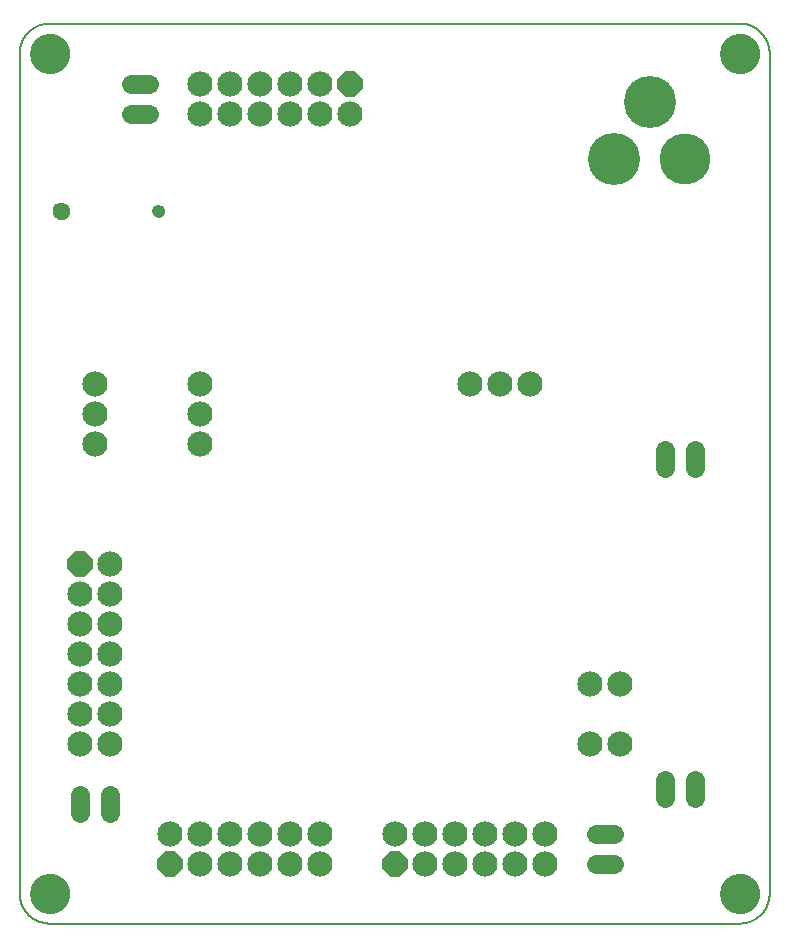
<source format=gbs>
G75*
%MOIN*%
%OFA0B0*%
%FSLAX25Y25*%
%IPPOS*%
%LPD*%
%AMOC8*
5,1,8,0,0,1.08239X$1,22.5*
%
%ADD10C,0.00600*%
%ADD11C,0.00000*%
%ADD12C,0.04140*%
%ADD13C,0.05715*%
%ADD14C,0.08400*%
%ADD15OC8,0.08400*%
%ADD16C,0.06400*%
%ADD17C,0.13392*%
%ADD18C,0.17392*%
%ADD19C,0.16998*%
D10*
X0037595Y0048933D02*
X0037595Y0328933D01*
X0037598Y0329175D01*
X0037607Y0329416D01*
X0037621Y0329657D01*
X0037642Y0329898D01*
X0037668Y0330138D01*
X0037700Y0330378D01*
X0037738Y0330617D01*
X0037781Y0330854D01*
X0037831Y0331091D01*
X0037886Y0331326D01*
X0037946Y0331560D01*
X0038013Y0331792D01*
X0038084Y0332023D01*
X0038162Y0332252D01*
X0038245Y0332479D01*
X0038333Y0332704D01*
X0038427Y0332927D01*
X0038526Y0333147D01*
X0038631Y0333365D01*
X0038740Y0333580D01*
X0038855Y0333793D01*
X0038975Y0334003D01*
X0039100Y0334209D01*
X0039230Y0334413D01*
X0039365Y0334614D01*
X0039505Y0334811D01*
X0039649Y0335005D01*
X0039798Y0335195D01*
X0039952Y0335381D01*
X0040110Y0335564D01*
X0040272Y0335743D01*
X0040439Y0335918D01*
X0040610Y0336089D01*
X0040785Y0336256D01*
X0040964Y0336418D01*
X0041147Y0336576D01*
X0041333Y0336730D01*
X0041523Y0336879D01*
X0041717Y0337023D01*
X0041914Y0337163D01*
X0042115Y0337298D01*
X0042319Y0337428D01*
X0042525Y0337553D01*
X0042735Y0337673D01*
X0042948Y0337788D01*
X0043163Y0337897D01*
X0043381Y0338002D01*
X0043601Y0338101D01*
X0043824Y0338195D01*
X0044049Y0338283D01*
X0044276Y0338366D01*
X0044505Y0338444D01*
X0044736Y0338515D01*
X0044968Y0338582D01*
X0045202Y0338642D01*
X0045437Y0338697D01*
X0045674Y0338747D01*
X0045911Y0338790D01*
X0046150Y0338828D01*
X0046390Y0338860D01*
X0046630Y0338886D01*
X0046871Y0338907D01*
X0047112Y0338921D01*
X0047353Y0338930D01*
X0047595Y0338933D01*
X0277595Y0338933D01*
X0277837Y0338930D01*
X0278078Y0338921D01*
X0278319Y0338907D01*
X0278560Y0338886D01*
X0278800Y0338860D01*
X0279040Y0338828D01*
X0279279Y0338790D01*
X0279516Y0338747D01*
X0279753Y0338697D01*
X0279988Y0338642D01*
X0280222Y0338582D01*
X0280454Y0338515D01*
X0280685Y0338444D01*
X0280914Y0338366D01*
X0281141Y0338283D01*
X0281366Y0338195D01*
X0281589Y0338101D01*
X0281809Y0338002D01*
X0282027Y0337897D01*
X0282242Y0337788D01*
X0282455Y0337673D01*
X0282665Y0337553D01*
X0282871Y0337428D01*
X0283075Y0337298D01*
X0283276Y0337163D01*
X0283473Y0337023D01*
X0283667Y0336879D01*
X0283857Y0336730D01*
X0284043Y0336576D01*
X0284226Y0336418D01*
X0284405Y0336256D01*
X0284580Y0336089D01*
X0284751Y0335918D01*
X0284918Y0335743D01*
X0285080Y0335564D01*
X0285238Y0335381D01*
X0285392Y0335195D01*
X0285541Y0335005D01*
X0285685Y0334811D01*
X0285825Y0334614D01*
X0285960Y0334413D01*
X0286090Y0334209D01*
X0286215Y0334003D01*
X0286335Y0333793D01*
X0286450Y0333580D01*
X0286559Y0333365D01*
X0286664Y0333147D01*
X0286763Y0332927D01*
X0286857Y0332704D01*
X0286945Y0332479D01*
X0287028Y0332252D01*
X0287106Y0332023D01*
X0287177Y0331792D01*
X0287244Y0331560D01*
X0287304Y0331326D01*
X0287359Y0331091D01*
X0287409Y0330854D01*
X0287452Y0330617D01*
X0287490Y0330378D01*
X0287522Y0330138D01*
X0287548Y0329898D01*
X0287569Y0329657D01*
X0287583Y0329416D01*
X0287592Y0329175D01*
X0287595Y0328933D01*
X0287595Y0048933D01*
X0287592Y0048691D01*
X0287583Y0048450D01*
X0287569Y0048209D01*
X0287548Y0047968D01*
X0287522Y0047728D01*
X0287490Y0047488D01*
X0287452Y0047249D01*
X0287409Y0047012D01*
X0287359Y0046775D01*
X0287304Y0046540D01*
X0287244Y0046306D01*
X0287177Y0046074D01*
X0287106Y0045843D01*
X0287028Y0045614D01*
X0286945Y0045387D01*
X0286857Y0045162D01*
X0286763Y0044939D01*
X0286664Y0044719D01*
X0286559Y0044501D01*
X0286450Y0044286D01*
X0286335Y0044073D01*
X0286215Y0043863D01*
X0286090Y0043657D01*
X0285960Y0043453D01*
X0285825Y0043252D01*
X0285685Y0043055D01*
X0285541Y0042861D01*
X0285392Y0042671D01*
X0285238Y0042485D01*
X0285080Y0042302D01*
X0284918Y0042123D01*
X0284751Y0041948D01*
X0284580Y0041777D01*
X0284405Y0041610D01*
X0284226Y0041448D01*
X0284043Y0041290D01*
X0283857Y0041136D01*
X0283667Y0040987D01*
X0283473Y0040843D01*
X0283276Y0040703D01*
X0283075Y0040568D01*
X0282871Y0040438D01*
X0282665Y0040313D01*
X0282455Y0040193D01*
X0282242Y0040078D01*
X0282027Y0039969D01*
X0281809Y0039864D01*
X0281589Y0039765D01*
X0281366Y0039671D01*
X0281141Y0039583D01*
X0280914Y0039500D01*
X0280685Y0039422D01*
X0280454Y0039351D01*
X0280222Y0039284D01*
X0279988Y0039224D01*
X0279753Y0039169D01*
X0279516Y0039119D01*
X0279279Y0039076D01*
X0279040Y0039038D01*
X0278800Y0039006D01*
X0278560Y0038980D01*
X0278319Y0038959D01*
X0278078Y0038945D01*
X0277837Y0038936D01*
X0277595Y0038933D01*
X0047595Y0038933D01*
X0047353Y0038936D01*
X0047112Y0038945D01*
X0046871Y0038959D01*
X0046630Y0038980D01*
X0046390Y0039006D01*
X0046150Y0039038D01*
X0045911Y0039076D01*
X0045674Y0039119D01*
X0045437Y0039169D01*
X0045202Y0039224D01*
X0044968Y0039284D01*
X0044736Y0039351D01*
X0044505Y0039422D01*
X0044276Y0039500D01*
X0044049Y0039583D01*
X0043824Y0039671D01*
X0043601Y0039765D01*
X0043381Y0039864D01*
X0043163Y0039969D01*
X0042948Y0040078D01*
X0042735Y0040193D01*
X0042525Y0040313D01*
X0042319Y0040438D01*
X0042115Y0040568D01*
X0041914Y0040703D01*
X0041717Y0040843D01*
X0041523Y0040987D01*
X0041333Y0041136D01*
X0041147Y0041290D01*
X0040964Y0041448D01*
X0040785Y0041610D01*
X0040610Y0041777D01*
X0040439Y0041948D01*
X0040272Y0042123D01*
X0040110Y0042302D01*
X0039952Y0042485D01*
X0039798Y0042671D01*
X0039649Y0042861D01*
X0039505Y0043055D01*
X0039365Y0043252D01*
X0039230Y0043453D01*
X0039100Y0043657D01*
X0038975Y0043863D01*
X0038855Y0044073D01*
X0038740Y0044286D01*
X0038631Y0044501D01*
X0038526Y0044719D01*
X0038427Y0044939D01*
X0038333Y0045162D01*
X0038245Y0045387D01*
X0038162Y0045614D01*
X0038084Y0045843D01*
X0038013Y0046074D01*
X0037946Y0046306D01*
X0037886Y0046540D01*
X0037831Y0046775D01*
X0037781Y0047012D01*
X0037738Y0047249D01*
X0037700Y0047488D01*
X0037668Y0047728D01*
X0037642Y0047968D01*
X0037621Y0048209D01*
X0037607Y0048450D01*
X0037598Y0048691D01*
X0037595Y0048933D01*
D11*
X0041099Y0048933D02*
X0041101Y0049094D01*
X0041107Y0049254D01*
X0041117Y0049415D01*
X0041131Y0049575D01*
X0041149Y0049734D01*
X0041170Y0049894D01*
X0041196Y0050052D01*
X0041226Y0050210D01*
X0041259Y0050367D01*
X0041297Y0050524D01*
X0041338Y0050679D01*
X0041383Y0050833D01*
X0041432Y0050986D01*
X0041485Y0051138D01*
X0041541Y0051288D01*
X0041601Y0051437D01*
X0041665Y0051585D01*
X0041732Y0051731D01*
X0041803Y0051875D01*
X0041878Y0052017D01*
X0041956Y0052158D01*
X0042037Y0052296D01*
X0042122Y0052433D01*
X0042211Y0052567D01*
X0042302Y0052699D01*
X0042397Y0052829D01*
X0042495Y0052956D01*
X0042596Y0053081D01*
X0042700Y0053204D01*
X0042807Y0053323D01*
X0042917Y0053440D01*
X0043030Y0053555D01*
X0043146Y0053666D01*
X0043264Y0053775D01*
X0043385Y0053880D01*
X0043509Y0053983D01*
X0043635Y0054083D01*
X0043764Y0054179D01*
X0043895Y0054272D01*
X0044028Y0054362D01*
X0044163Y0054449D01*
X0044301Y0054532D01*
X0044440Y0054611D01*
X0044582Y0054688D01*
X0044725Y0054761D01*
X0044870Y0054830D01*
X0045017Y0054895D01*
X0045165Y0054957D01*
X0045315Y0055016D01*
X0045466Y0055070D01*
X0045618Y0055121D01*
X0045772Y0055168D01*
X0045927Y0055211D01*
X0046082Y0055250D01*
X0046239Y0055286D01*
X0046397Y0055318D01*
X0046555Y0055345D01*
X0046714Y0055369D01*
X0046873Y0055389D01*
X0047033Y0055405D01*
X0047194Y0055417D01*
X0047354Y0055425D01*
X0047515Y0055429D01*
X0047675Y0055429D01*
X0047836Y0055425D01*
X0047996Y0055417D01*
X0048157Y0055405D01*
X0048317Y0055389D01*
X0048476Y0055369D01*
X0048635Y0055345D01*
X0048793Y0055318D01*
X0048951Y0055286D01*
X0049108Y0055250D01*
X0049263Y0055211D01*
X0049418Y0055168D01*
X0049572Y0055121D01*
X0049724Y0055070D01*
X0049875Y0055016D01*
X0050025Y0054957D01*
X0050173Y0054895D01*
X0050320Y0054830D01*
X0050465Y0054761D01*
X0050608Y0054688D01*
X0050750Y0054611D01*
X0050889Y0054532D01*
X0051027Y0054449D01*
X0051162Y0054362D01*
X0051295Y0054272D01*
X0051426Y0054179D01*
X0051555Y0054083D01*
X0051681Y0053983D01*
X0051805Y0053880D01*
X0051926Y0053775D01*
X0052044Y0053666D01*
X0052160Y0053555D01*
X0052273Y0053440D01*
X0052383Y0053323D01*
X0052490Y0053204D01*
X0052594Y0053081D01*
X0052695Y0052956D01*
X0052793Y0052829D01*
X0052888Y0052699D01*
X0052979Y0052567D01*
X0053068Y0052433D01*
X0053153Y0052296D01*
X0053234Y0052158D01*
X0053312Y0052017D01*
X0053387Y0051875D01*
X0053458Y0051731D01*
X0053525Y0051585D01*
X0053589Y0051437D01*
X0053649Y0051288D01*
X0053705Y0051138D01*
X0053758Y0050986D01*
X0053807Y0050833D01*
X0053852Y0050679D01*
X0053893Y0050524D01*
X0053931Y0050367D01*
X0053964Y0050210D01*
X0053994Y0050052D01*
X0054020Y0049894D01*
X0054041Y0049734D01*
X0054059Y0049575D01*
X0054073Y0049415D01*
X0054083Y0049254D01*
X0054089Y0049094D01*
X0054091Y0048933D01*
X0054089Y0048772D01*
X0054083Y0048612D01*
X0054073Y0048451D01*
X0054059Y0048291D01*
X0054041Y0048132D01*
X0054020Y0047972D01*
X0053994Y0047814D01*
X0053964Y0047656D01*
X0053931Y0047499D01*
X0053893Y0047342D01*
X0053852Y0047187D01*
X0053807Y0047033D01*
X0053758Y0046880D01*
X0053705Y0046728D01*
X0053649Y0046578D01*
X0053589Y0046429D01*
X0053525Y0046281D01*
X0053458Y0046135D01*
X0053387Y0045991D01*
X0053312Y0045849D01*
X0053234Y0045708D01*
X0053153Y0045570D01*
X0053068Y0045433D01*
X0052979Y0045299D01*
X0052888Y0045167D01*
X0052793Y0045037D01*
X0052695Y0044910D01*
X0052594Y0044785D01*
X0052490Y0044662D01*
X0052383Y0044543D01*
X0052273Y0044426D01*
X0052160Y0044311D01*
X0052044Y0044200D01*
X0051926Y0044091D01*
X0051805Y0043986D01*
X0051681Y0043883D01*
X0051555Y0043783D01*
X0051426Y0043687D01*
X0051295Y0043594D01*
X0051162Y0043504D01*
X0051027Y0043417D01*
X0050889Y0043334D01*
X0050750Y0043255D01*
X0050608Y0043178D01*
X0050465Y0043105D01*
X0050320Y0043036D01*
X0050173Y0042971D01*
X0050025Y0042909D01*
X0049875Y0042850D01*
X0049724Y0042796D01*
X0049572Y0042745D01*
X0049418Y0042698D01*
X0049263Y0042655D01*
X0049108Y0042616D01*
X0048951Y0042580D01*
X0048793Y0042548D01*
X0048635Y0042521D01*
X0048476Y0042497D01*
X0048317Y0042477D01*
X0048157Y0042461D01*
X0047996Y0042449D01*
X0047836Y0042441D01*
X0047675Y0042437D01*
X0047515Y0042437D01*
X0047354Y0042441D01*
X0047194Y0042449D01*
X0047033Y0042461D01*
X0046873Y0042477D01*
X0046714Y0042497D01*
X0046555Y0042521D01*
X0046397Y0042548D01*
X0046239Y0042580D01*
X0046082Y0042616D01*
X0045927Y0042655D01*
X0045772Y0042698D01*
X0045618Y0042745D01*
X0045466Y0042796D01*
X0045315Y0042850D01*
X0045165Y0042909D01*
X0045017Y0042971D01*
X0044870Y0043036D01*
X0044725Y0043105D01*
X0044582Y0043178D01*
X0044440Y0043255D01*
X0044301Y0043334D01*
X0044163Y0043417D01*
X0044028Y0043504D01*
X0043895Y0043594D01*
X0043764Y0043687D01*
X0043635Y0043783D01*
X0043509Y0043883D01*
X0043385Y0043986D01*
X0043264Y0044091D01*
X0043146Y0044200D01*
X0043030Y0044311D01*
X0042917Y0044426D01*
X0042807Y0044543D01*
X0042700Y0044662D01*
X0042596Y0044785D01*
X0042495Y0044910D01*
X0042397Y0045037D01*
X0042302Y0045167D01*
X0042211Y0045299D01*
X0042122Y0045433D01*
X0042037Y0045570D01*
X0041956Y0045708D01*
X0041878Y0045849D01*
X0041803Y0045991D01*
X0041732Y0046135D01*
X0041665Y0046281D01*
X0041601Y0046429D01*
X0041541Y0046578D01*
X0041485Y0046728D01*
X0041432Y0046880D01*
X0041383Y0047033D01*
X0041338Y0047187D01*
X0041297Y0047342D01*
X0041259Y0047499D01*
X0041226Y0047656D01*
X0041196Y0047814D01*
X0041170Y0047972D01*
X0041149Y0048132D01*
X0041131Y0048291D01*
X0041117Y0048451D01*
X0041107Y0048612D01*
X0041101Y0048772D01*
X0041099Y0048933D01*
X0048718Y0276433D02*
X0048720Y0276536D01*
X0048726Y0276639D01*
X0048736Y0276741D01*
X0048750Y0276844D01*
X0048768Y0276945D01*
X0048790Y0277046D01*
X0048815Y0277146D01*
X0048845Y0277244D01*
X0048878Y0277342D01*
X0048915Y0277438D01*
X0048956Y0277532D01*
X0049001Y0277625D01*
X0049049Y0277717D01*
X0049100Y0277806D01*
X0049155Y0277893D01*
X0049213Y0277978D01*
X0049275Y0278061D01*
X0049340Y0278141D01*
X0049407Y0278219D01*
X0049478Y0278293D01*
X0049552Y0278366D01*
X0049628Y0278435D01*
X0049707Y0278501D01*
X0049788Y0278564D01*
X0049872Y0278624D01*
X0049958Y0278681D01*
X0050046Y0278734D01*
X0050137Y0278784D01*
X0050229Y0278830D01*
X0050323Y0278873D01*
X0050418Y0278912D01*
X0050515Y0278947D01*
X0050613Y0278978D01*
X0050712Y0279006D01*
X0050813Y0279030D01*
X0050914Y0279050D01*
X0051015Y0279066D01*
X0051118Y0279078D01*
X0051221Y0279086D01*
X0051323Y0279090D01*
X0051427Y0279090D01*
X0051529Y0279086D01*
X0051632Y0279078D01*
X0051735Y0279066D01*
X0051836Y0279050D01*
X0051937Y0279030D01*
X0052038Y0279006D01*
X0052137Y0278978D01*
X0052235Y0278947D01*
X0052332Y0278912D01*
X0052427Y0278873D01*
X0052521Y0278830D01*
X0052613Y0278784D01*
X0052703Y0278734D01*
X0052792Y0278681D01*
X0052878Y0278624D01*
X0052962Y0278564D01*
X0053043Y0278501D01*
X0053122Y0278435D01*
X0053198Y0278366D01*
X0053272Y0278293D01*
X0053343Y0278219D01*
X0053410Y0278141D01*
X0053475Y0278061D01*
X0053537Y0277978D01*
X0053595Y0277893D01*
X0053650Y0277806D01*
X0053701Y0277717D01*
X0053749Y0277625D01*
X0053794Y0277532D01*
X0053835Y0277438D01*
X0053872Y0277342D01*
X0053905Y0277244D01*
X0053935Y0277146D01*
X0053960Y0277046D01*
X0053982Y0276945D01*
X0054000Y0276844D01*
X0054014Y0276741D01*
X0054024Y0276639D01*
X0054030Y0276536D01*
X0054032Y0276433D01*
X0054030Y0276330D01*
X0054024Y0276227D01*
X0054014Y0276125D01*
X0054000Y0276022D01*
X0053982Y0275921D01*
X0053960Y0275820D01*
X0053935Y0275720D01*
X0053905Y0275622D01*
X0053872Y0275524D01*
X0053835Y0275428D01*
X0053794Y0275334D01*
X0053749Y0275241D01*
X0053701Y0275149D01*
X0053650Y0275060D01*
X0053595Y0274973D01*
X0053537Y0274888D01*
X0053475Y0274805D01*
X0053410Y0274725D01*
X0053343Y0274647D01*
X0053272Y0274573D01*
X0053198Y0274500D01*
X0053122Y0274431D01*
X0053043Y0274365D01*
X0052962Y0274302D01*
X0052878Y0274242D01*
X0052792Y0274185D01*
X0052704Y0274132D01*
X0052613Y0274082D01*
X0052521Y0274036D01*
X0052427Y0273993D01*
X0052332Y0273954D01*
X0052235Y0273919D01*
X0052137Y0273888D01*
X0052038Y0273860D01*
X0051937Y0273836D01*
X0051836Y0273816D01*
X0051735Y0273800D01*
X0051632Y0273788D01*
X0051529Y0273780D01*
X0051427Y0273776D01*
X0051323Y0273776D01*
X0051221Y0273780D01*
X0051118Y0273788D01*
X0051015Y0273800D01*
X0050914Y0273816D01*
X0050813Y0273836D01*
X0050712Y0273860D01*
X0050613Y0273888D01*
X0050515Y0273919D01*
X0050418Y0273954D01*
X0050323Y0273993D01*
X0050229Y0274036D01*
X0050137Y0274082D01*
X0050047Y0274132D01*
X0049958Y0274185D01*
X0049872Y0274242D01*
X0049788Y0274302D01*
X0049707Y0274365D01*
X0049628Y0274431D01*
X0049552Y0274500D01*
X0049478Y0274573D01*
X0049407Y0274647D01*
X0049340Y0274725D01*
X0049275Y0274805D01*
X0049213Y0274888D01*
X0049155Y0274973D01*
X0049100Y0275060D01*
X0049049Y0275149D01*
X0049001Y0275241D01*
X0048956Y0275334D01*
X0048915Y0275428D01*
X0048878Y0275524D01*
X0048845Y0275622D01*
X0048815Y0275720D01*
X0048790Y0275820D01*
X0048768Y0275921D01*
X0048750Y0276022D01*
X0048736Y0276125D01*
X0048726Y0276227D01*
X0048720Y0276330D01*
X0048718Y0276433D01*
X0081946Y0276433D02*
X0081948Y0276519D01*
X0081954Y0276606D01*
X0081964Y0276691D01*
X0081978Y0276777D01*
X0081996Y0276861D01*
X0082017Y0276945D01*
X0082043Y0277027D01*
X0082072Y0277109D01*
X0082105Y0277188D01*
X0082142Y0277267D01*
X0082182Y0277343D01*
X0082226Y0277417D01*
X0082273Y0277490D01*
X0082324Y0277560D01*
X0082377Y0277628D01*
X0082434Y0277693D01*
X0082494Y0277755D01*
X0082556Y0277815D01*
X0082621Y0277872D01*
X0082689Y0277925D01*
X0082759Y0277976D01*
X0082832Y0278023D01*
X0082906Y0278067D01*
X0082982Y0278107D01*
X0083061Y0278144D01*
X0083140Y0278177D01*
X0083222Y0278206D01*
X0083304Y0278232D01*
X0083388Y0278253D01*
X0083472Y0278271D01*
X0083558Y0278285D01*
X0083643Y0278295D01*
X0083730Y0278301D01*
X0083816Y0278303D01*
X0083902Y0278301D01*
X0083989Y0278295D01*
X0084074Y0278285D01*
X0084160Y0278271D01*
X0084244Y0278253D01*
X0084328Y0278232D01*
X0084410Y0278206D01*
X0084492Y0278177D01*
X0084571Y0278144D01*
X0084650Y0278107D01*
X0084726Y0278067D01*
X0084800Y0278023D01*
X0084873Y0277976D01*
X0084943Y0277925D01*
X0085011Y0277872D01*
X0085076Y0277815D01*
X0085138Y0277755D01*
X0085198Y0277693D01*
X0085255Y0277628D01*
X0085308Y0277560D01*
X0085359Y0277490D01*
X0085406Y0277417D01*
X0085450Y0277343D01*
X0085490Y0277267D01*
X0085527Y0277188D01*
X0085560Y0277109D01*
X0085589Y0277027D01*
X0085615Y0276945D01*
X0085636Y0276861D01*
X0085654Y0276777D01*
X0085668Y0276691D01*
X0085678Y0276606D01*
X0085684Y0276519D01*
X0085686Y0276433D01*
X0085684Y0276347D01*
X0085678Y0276260D01*
X0085668Y0276175D01*
X0085654Y0276089D01*
X0085636Y0276005D01*
X0085615Y0275921D01*
X0085589Y0275839D01*
X0085560Y0275757D01*
X0085527Y0275678D01*
X0085490Y0275599D01*
X0085450Y0275523D01*
X0085406Y0275449D01*
X0085359Y0275376D01*
X0085308Y0275306D01*
X0085255Y0275238D01*
X0085198Y0275173D01*
X0085138Y0275111D01*
X0085076Y0275051D01*
X0085011Y0274994D01*
X0084943Y0274941D01*
X0084873Y0274890D01*
X0084800Y0274843D01*
X0084726Y0274799D01*
X0084650Y0274759D01*
X0084571Y0274722D01*
X0084492Y0274689D01*
X0084410Y0274660D01*
X0084328Y0274634D01*
X0084244Y0274613D01*
X0084160Y0274595D01*
X0084074Y0274581D01*
X0083989Y0274571D01*
X0083902Y0274565D01*
X0083816Y0274563D01*
X0083730Y0274565D01*
X0083643Y0274571D01*
X0083558Y0274581D01*
X0083472Y0274595D01*
X0083388Y0274613D01*
X0083304Y0274634D01*
X0083222Y0274660D01*
X0083140Y0274689D01*
X0083061Y0274722D01*
X0082982Y0274759D01*
X0082906Y0274799D01*
X0082832Y0274843D01*
X0082759Y0274890D01*
X0082689Y0274941D01*
X0082621Y0274994D01*
X0082556Y0275051D01*
X0082494Y0275111D01*
X0082434Y0275173D01*
X0082377Y0275238D01*
X0082324Y0275306D01*
X0082273Y0275376D01*
X0082226Y0275449D01*
X0082182Y0275523D01*
X0082142Y0275599D01*
X0082105Y0275678D01*
X0082072Y0275757D01*
X0082043Y0275839D01*
X0082017Y0275921D01*
X0081996Y0276005D01*
X0081978Y0276089D01*
X0081964Y0276175D01*
X0081954Y0276260D01*
X0081948Y0276347D01*
X0081946Y0276433D01*
X0041099Y0328933D02*
X0041101Y0329094D01*
X0041107Y0329254D01*
X0041117Y0329415D01*
X0041131Y0329575D01*
X0041149Y0329734D01*
X0041170Y0329894D01*
X0041196Y0330052D01*
X0041226Y0330210D01*
X0041259Y0330367D01*
X0041297Y0330524D01*
X0041338Y0330679D01*
X0041383Y0330833D01*
X0041432Y0330986D01*
X0041485Y0331138D01*
X0041541Y0331288D01*
X0041601Y0331437D01*
X0041665Y0331585D01*
X0041732Y0331731D01*
X0041803Y0331875D01*
X0041878Y0332017D01*
X0041956Y0332158D01*
X0042037Y0332296D01*
X0042122Y0332433D01*
X0042211Y0332567D01*
X0042302Y0332699D01*
X0042397Y0332829D01*
X0042495Y0332956D01*
X0042596Y0333081D01*
X0042700Y0333204D01*
X0042807Y0333323D01*
X0042917Y0333440D01*
X0043030Y0333555D01*
X0043146Y0333666D01*
X0043264Y0333775D01*
X0043385Y0333880D01*
X0043509Y0333983D01*
X0043635Y0334083D01*
X0043764Y0334179D01*
X0043895Y0334272D01*
X0044028Y0334362D01*
X0044163Y0334449D01*
X0044301Y0334532D01*
X0044440Y0334611D01*
X0044582Y0334688D01*
X0044725Y0334761D01*
X0044870Y0334830D01*
X0045017Y0334895D01*
X0045165Y0334957D01*
X0045315Y0335016D01*
X0045466Y0335070D01*
X0045618Y0335121D01*
X0045772Y0335168D01*
X0045927Y0335211D01*
X0046082Y0335250D01*
X0046239Y0335286D01*
X0046397Y0335318D01*
X0046555Y0335345D01*
X0046714Y0335369D01*
X0046873Y0335389D01*
X0047033Y0335405D01*
X0047194Y0335417D01*
X0047354Y0335425D01*
X0047515Y0335429D01*
X0047675Y0335429D01*
X0047836Y0335425D01*
X0047996Y0335417D01*
X0048157Y0335405D01*
X0048317Y0335389D01*
X0048476Y0335369D01*
X0048635Y0335345D01*
X0048793Y0335318D01*
X0048951Y0335286D01*
X0049108Y0335250D01*
X0049263Y0335211D01*
X0049418Y0335168D01*
X0049572Y0335121D01*
X0049724Y0335070D01*
X0049875Y0335016D01*
X0050025Y0334957D01*
X0050173Y0334895D01*
X0050320Y0334830D01*
X0050465Y0334761D01*
X0050608Y0334688D01*
X0050750Y0334611D01*
X0050889Y0334532D01*
X0051027Y0334449D01*
X0051162Y0334362D01*
X0051295Y0334272D01*
X0051426Y0334179D01*
X0051555Y0334083D01*
X0051681Y0333983D01*
X0051805Y0333880D01*
X0051926Y0333775D01*
X0052044Y0333666D01*
X0052160Y0333555D01*
X0052273Y0333440D01*
X0052383Y0333323D01*
X0052490Y0333204D01*
X0052594Y0333081D01*
X0052695Y0332956D01*
X0052793Y0332829D01*
X0052888Y0332699D01*
X0052979Y0332567D01*
X0053068Y0332433D01*
X0053153Y0332296D01*
X0053234Y0332158D01*
X0053312Y0332017D01*
X0053387Y0331875D01*
X0053458Y0331731D01*
X0053525Y0331585D01*
X0053589Y0331437D01*
X0053649Y0331288D01*
X0053705Y0331138D01*
X0053758Y0330986D01*
X0053807Y0330833D01*
X0053852Y0330679D01*
X0053893Y0330524D01*
X0053931Y0330367D01*
X0053964Y0330210D01*
X0053994Y0330052D01*
X0054020Y0329894D01*
X0054041Y0329734D01*
X0054059Y0329575D01*
X0054073Y0329415D01*
X0054083Y0329254D01*
X0054089Y0329094D01*
X0054091Y0328933D01*
X0054089Y0328772D01*
X0054083Y0328612D01*
X0054073Y0328451D01*
X0054059Y0328291D01*
X0054041Y0328132D01*
X0054020Y0327972D01*
X0053994Y0327814D01*
X0053964Y0327656D01*
X0053931Y0327499D01*
X0053893Y0327342D01*
X0053852Y0327187D01*
X0053807Y0327033D01*
X0053758Y0326880D01*
X0053705Y0326728D01*
X0053649Y0326578D01*
X0053589Y0326429D01*
X0053525Y0326281D01*
X0053458Y0326135D01*
X0053387Y0325991D01*
X0053312Y0325849D01*
X0053234Y0325708D01*
X0053153Y0325570D01*
X0053068Y0325433D01*
X0052979Y0325299D01*
X0052888Y0325167D01*
X0052793Y0325037D01*
X0052695Y0324910D01*
X0052594Y0324785D01*
X0052490Y0324662D01*
X0052383Y0324543D01*
X0052273Y0324426D01*
X0052160Y0324311D01*
X0052044Y0324200D01*
X0051926Y0324091D01*
X0051805Y0323986D01*
X0051681Y0323883D01*
X0051555Y0323783D01*
X0051426Y0323687D01*
X0051295Y0323594D01*
X0051162Y0323504D01*
X0051027Y0323417D01*
X0050889Y0323334D01*
X0050750Y0323255D01*
X0050608Y0323178D01*
X0050465Y0323105D01*
X0050320Y0323036D01*
X0050173Y0322971D01*
X0050025Y0322909D01*
X0049875Y0322850D01*
X0049724Y0322796D01*
X0049572Y0322745D01*
X0049418Y0322698D01*
X0049263Y0322655D01*
X0049108Y0322616D01*
X0048951Y0322580D01*
X0048793Y0322548D01*
X0048635Y0322521D01*
X0048476Y0322497D01*
X0048317Y0322477D01*
X0048157Y0322461D01*
X0047996Y0322449D01*
X0047836Y0322441D01*
X0047675Y0322437D01*
X0047515Y0322437D01*
X0047354Y0322441D01*
X0047194Y0322449D01*
X0047033Y0322461D01*
X0046873Y0322477D01*
X0046714Y0322497D01*
X0046555Y0322521D01*
X0046397Y0322548D01*
X0046239Y0322580D01*
X0046082Y0322616D01*
X0045927Y0322655D01*
X0045772Y0322698D01*
X0045618Y0322745D01*
X0045466Y0322796D01*
X0045315Y0322850D01*
X0045165Y0322909D01*
X0045017Y0322971D01*
X0044870Y0323036D01*
X0044725Y0323105D01*
X0044582Y0323178D01*
X0044440Y0323255D01*
X0044301Y0323334D01*
X0044163Y0323417D01*
X0044028Y0323504D01*
X0043895Y0323594D01*
X0043764Y0323687D01*
X0043635Y0323783D01*
X0043509Y0323883D01*
X0043385Y0323986D01*
X0043264Y0324091D01*
X0043146Y0324200D01*
X0043030Y0324311D01*
X0042917Y0324426D01*
X0042807Y0324543D01*
X0042700Y0324662D01*
X0042596Y0324785D01*
X0042495Y0324910D01*
X0042397Y0325037D01*
X0042302Y0325167D01*
X0042211Y0325299D01*
X0042122Y0325433D01*
X0042037Y0325570D01*
X0041956Y0325708D01*
X0041878Y0325849D01*
X0041803Y0325991D01*
X0041732Y0326135D01*
X0041665Y0326281D01*
X0041601Y0326429D01*
X0041541Y0326578D01*
X0041485Y0326728D01*
X0041432Y0326880D01*
X0041383Y0327033D01*
X0041338Y0327187D01*
X0041297Y0327342D01*
X0041259Y0327499D01*
X0041226Y0327656D01*
X0041196Y0327814D01*
X0041170Y0327972D01*
X0041149Y0328132D01*
X0041131Y0328291D01*
X0041117Y0328451D01*
X0041107Y0328612D01*
X0041101Y0328772D01*
X0041099Y0328933D01*
X0271099Y0328933D02*
X0271101Y0329094D01*
X0271107Y0329254D01*
X0271117Y0329415D01*
X0271131Y0329575D01*
X0271149Y0329734D01*
X0271170Y0329894D01*
X0271196Y0330052D01*
X0271226Y0330210D01*
X0271259Y0330367D01*
X0271297Y0330524D01*
X0271338Y0330679D01*
X0271383Y0330833D01*
X0271432Y0330986D01*
X0271485Y0331138D01*
X0271541Y0331288D01*
X0271601Y0331437D01*
X0271665Y0331585D01*
X0271732Y0331731D01*
X0271803Y0331875D01*
X0271878Y0332017D01*
X0271956Y0332158D01*
X0272037Y0332296D01*
X0272122Y0332433D01*
X0272211Y0332567D01*
X0272302Y0332699D01*
X0272397Y0332829D01*
X0272495Y0332956D01*
X0272596Y0333081D01*
X0272700Y0333204D01*
X0272807Y0333323D01*
X0272917Y0333440D01*
X0273030Y0333555D01*
X0273146Y0333666D01*
X0273264Y0333775D01*
X0273385Y0333880D01*
X0273509Y0333983D01*
X0273635Y0334083D01*
X0273764Y0334179D01*
X0273895Y0334272D01*
X0274028Y0334362D01*
X0274163Y0334449D01*
X0274301Y0334532D01*
X0274440Y0334611D01*
X0274582Y0334688D01*
X0274725Y0334761D01*
X0274870Y0334830D01*
X0275017Y0334895D01*
X0275165Y0334957D01*
X0275315Y0335016D01*
X0275466Y0335070D01*
X0275618Y0335121D01*
X0275772Y0335168D01*
X0275927Y0335211D01*
X0276082Y0335250D01*
X0276239Y0335286D01*
X0276397Y0335318D01*
X0276555Y0335345D01*
X0276714Y0335369D01*
X0276873Y0335389D01*
X0277033Y0335405D01*
X0277194Y0335417D01*
X0277354Y0335425D01*
X0277515Y0335429D01*
X0277675Y0335429D01*
X0277836Y0335425D01*
X0277996Y0335417D01*
X0278157Y0335405D01*
X0278317Y0335389D01*
X0278476Y0335369D01*
X0278635Y0335345D01*
X0278793Y0335318D01*
X0278951Y0335286D01*
X0279108Y0335250D01*
X0279263Y0335211D01*
X0279418Y0335168D01*
X0279572Y0335121D01*
X0279724Y0335070D01*
X0279875Y0335016D01*
X0280025Y0334957D01*
X0280173Y0334895D01*
X0280320Y0334830D01*
X0280465Y0334761D01*
X0280608Y0334688D01*
X0280750Y0334611D01*
X0280889Y0334532D01*
X0281027Y0334449D01*
X0281162Y0334362D01*
X0281295Y0334272D01*
X0281426Y0334179D01*
X0281555Y0334083D01*
X0281681Y0333983D01*
X0281805Y0333880D01*
X0281926Y0333775D01*
X0282044Y0333666D01*
X0282160Y0333555D01*
X0282273Y0333440D01*
X0282383Y0333323D01*
X0282490Y0333204D01*
X0282594Y0333081D01*
X0282695Y0332956D01*
X0282793Y0332829D01*
X0282888Y0332699D01*
X0282979Y0332567D01*
X0283068Y0332433D01*
X0283153Y0332296D01*
X0283234Y0332158D01*
X0283312Y0332017D01*
X0283387Y0331875D01*
X0283458Y0331731D01*
X0283525Y0331585D01*
X0283589Y0331437D01*
X0283649Y0331288D01*
X0283705Y0331138D01*
X0283758Y0330986D01*
X0283807Y0330833D01*
X0283852Y0330679D01*
X0283893Y0330524D01*
X0283931Y0330367D01*
X0283964Y0330210D01*
X0283994Y0330052D01*
X0284020Y0329894D01*
X0284041Y0329734D01*
X0284059Y0329575D01*
X0284073Y0329415D01*
X0284083Y0329254D01*
X0284089Y0329094D01*
X0284091Y0328933D01*
X0284089Y0328772D01*
X0284083Y0328612D01*
X0284073Y0328451D01*
X0284059Y0328291D01*
X0284041Y0328132D01*
X0284020Y0327972D01*
X0283994Y0327814D01*
X0283964Y0327656D01*
X0283931Y0327499D01*
X0283893Y0327342D01*
X0283852Y0327187D01*
X0283807Y0327033D01*
X0283758Y0326880D01*
X0283705Y0326728D01*
X0283649Y0326578D01*
X0283589Y0326429D01*
X0283525Y0326281D01*
X0283458Y0326135D01*
X0283387Y0325991D01*
X0283312Y0325849D01*
X0283234Y0325708D01*
X0283153Y0325570D01*
X0283068Y0325433D01*
X0282979Y0325299D01*
X0282888Y0325167D01*
X0282793Y0325037D01*
X0282695Y0324910D01*
X0282594Y0324785D01*
X0282490Y0324662D01*
X0282383Y0324543D01*
X0282273Y0324426D01*
X0282160Y0324311D01*
X0282044Y0324200D01*
X0281926Y0324091D01*
X0281805Y0323986D01*
X0281681Y0323883D01*
X0281555Y0323783D01*
X0281426Y0323687D01*
X0281295Y0323594D01*
X0281162Y0323504D01*
X0281027Y0323417D01*
X0280889Y0323334D01*
X0280750Y0323255D01*
X0280608Y0323178D01*
X0280465Y0323105D01*
X0280320Y0323036D01*
X0280173Y0322971D01*
X0280025Y0322909D01*
X0279875Y0322850D01*
X0279724Y0322796D01*
X0279572Y0322745D01*
X0279418Y0322698D01*
X0279263Y0322655D01*
X0279108Y0322616D01*
X0278951Y0322580D01*
X0278793Y0322548D01*
X0278635Y0322521D01*
X0278476Y0322497D01*
X0278317Y0322477D01*
X0278157Y0322461D01*
X0277996Y0322449D01*
X0277836Y0322441D01*
X0277675Y0322437D01*
X0277515Y0322437D01*
X0277354Y0322441D01*
X0277194Y0322449D01*
X0277033Y0322461D01*
X0276873Y0322477D01*
X0276714Y0322497D01*
X0276555Y0322521D01*
X0276397Y0322548D01*
X0276239Y0322580D01*
X0276082Y0322616D01*
X0275927Y0322655D01*
X0275772Y0322698D01*
X0275618Y0322745D01*
X0275466Y0322796D01*
X0275315Y0322850D01*
X0275165Y0322909D01*
X0275017Y0322971D01*
X0274870Y0323036D01*
X0274725Y0323105D01*
X0274582Y0323178D01*
X0274440Y0323255D01*
X0274301Y0323334D01*
X0274163Y0323417D01*
X0274028Y0323504D01*
X0273895Y0323594D01*
X0273764Y0323687D01*
X0273635Y0323783D01*
X0273509Y0323883D01*
X0273385Y0323986D01*
X0273264Y0324091D01*
X0273146Y0324200D01*
X0273030Y0324311D01*
X0272917Y0324426D01*
X0272807Y0324543D01*
X0272700Y0324662D01*
X0272596Y0324785D01*
X0272495Y0324910D01*
X0272397Y0325037D01*
X0272302Y0325167D01*
X0272211Y0325299D01*
X0272122Y0325433D01*
X0272037Y0325570D01*
X0271956Y0325708D01*
X0271878Y0325849D01*
X0271803Y0325991D01*
X0271732Y0326135D01*
X0271665Y0326281D01*
X0271601Y0326429D01*
X0271541Y0326578D01*
X0271485Y0326728D01*
X0271432Y0326880D01*
X0271383Y0327033D01*
X0271338Y0327187D01*
X0271297Y0327342D01*
X0271259Y0327499D01*
X0271226Y0327656D01*
X0271196Y0327814D01*
X0271170Y0327972D01*
X0271149Y0328132D01*
X0271131Y0328291D01*
X0271117Y0328451D01*
X0271107Y0328612D01*
X0271101Y0328772D01*
X0271099Y0328933D01*
X0271099Y0048933D02*
X0271101Y0049094D01*
X0271107Y0049254D01*
X0271117Y0049415D01*
X0271131Y0049575D01*
X0271149Y0049734D01*
X0271170Y0049894D01*
X0271196Y0050052D01*
X0271226Y0050210D01*
X0271259Y0050367D01*
X0271297Y0050524D01*
X0271338Y0050679D01*
X0271383Y0050833D01*
X0271432Y0050986D01*
X0271485Y0051138D01*
X0271541Y0051288D01*
X0271601Y0051437D01*
X0271665Y0051585D01*
X0271732Y0051731D01*
X0271803Y0051875D01*
X0271878Y0052017D01*
X0271956Y0052158D01*
X0272037Y0052296D01*
X0272122Y0052433D01*
X0272211Y0052567D01*
X0272302Y0052699D01*
X0272397Y0052829D01*
X0272495Y0052956D01*
X0272596Y0053081D01*
X0272700Y0053204D01*
X0272807Y0053323D01*
X0272917Y0053440D01*
X0273030Y0053555D01*
X0273146Y0053666D01*
X0273264Y0053775D01*
X0273385Y0053880D01*
X0273509Y0053983D01*
X0273635Y0054083D01*
X0273764Y0054179D01*
X0273895Y0054272D01*
X0274028Y0054362D01*
X0274163Y0054449D01*
X0274301Y0054532D01*
X0274440Y0054611D01*
X0274582Y0054688D01*
X0274725Y0054761D01*
X0274870Y0054830D01*
X0275017Y0054895D01*
X0275165Y0054957D01*
X0275315Y0055016D01*
X0275466Y0055070D01*
X0275618Y0055121D01*
X0275772Y0055168D01*
X0275927Y0055211D01*
X0276082Y0055250D01*
X0276239Y0055286D01*
X0276397Y0055318D01*
X0276555Y0055345D01*
X0276714Y0055369D01*
X0276873Y0055389D01*
X0277033Y0055405D01*
X0277194Y0055417D01*
X0277354Y0055425D01*
X0277515Y0055429D01*
X0277675Y0055429D01*
X0277836Y0055425D01*
X0277996Y0055417D01*
X0278157Y0055405D01*
X0278317Y0055389D01*
X0278476Y0055369D01*
X0278635Y0055345D01*
X0278793Y0055318D01*
X0278951Y0055286D01*
X0279108Y0055250D01*
X0279263Y0055211D01*
X0279418Y0055168D01*
X0279572Y0055121D01*
X0279724Y0055070D01*
X0279875Y0055016D01*
X0280025Y0054957D01*
X0280173Y0054895D01*
X0280320Y0054830D01*
X0280465Y0054761D01*
X0280608Y0054688D01*
X0280750Y0054611D01*
X0280889Y0054532D01*
X0281027Y0054449D01*
X0281162Y0054362D01*
X0281295Y0054272D01*
X0281426Y0054179D01*
X0281555Y0054083D01*
X0281681Y0053983D01*
X0281805Y0053880D01*
X0281926Y0053775D01*
X0282044Y0053666D01*
X0282160Y0053555D01*
X0282273Y0053440D01*
X0282383Y0053323D01*
X0282490Y0053204D01*
X0282594Y0053081D01*
X0282695Y0052956D01*
X0282793Y0052829D01*
X0282888Y0052699D01*
X0282979Y0052567D01*
X0283068Y0052433D01*
X0283153Y0052296D01*
X0283234Y0052158D01*
X0283312Y0052017D01*
X0283387Y0051875D01*
X0283458Y0051731D01*
X0283525Y0051585D01*
X0283589Y0051437D01*
X0283649Y0051288D01*
X0283705Y0051138D01*
X0283758Y0050986D01*
X0283807Y0050833D01*
X0283852Y0050679D01*
X0283893Y0050524D01*
X0283931Y0050367D01*
X0283964Y0050210D01*
X0283994Y0050052D01*
X0284020Y0049894D01*
X0284041Y0049734D01*
X0284059Y0049575D01*
X0284073Y0049415D01*
X0284083Y0049254D01*
X0284089Y0049094D01*
X0284091Y0048933D01*
X0284089Y0048772D01*
X0284083Y0048612D01*
X0284073Y0048451D01*
X0284059Y0048291D01*
X0284041Y0048132D01*
X0284020Y0047972D01*
X0283994Y0047814D01*
X0283964Y0047656D01*
X0283931Y0047499D01*
X0283893Y0047342D01*
X0283852Y0047187D01*
X0283807Y0047033D01*
X0283758Y0046880D01*
X0283705Y0046728D01*
X0283649Y0046578D01*
X0283589Y0046429D01*
X0283525Y0046281D01*
X0283458Y0046135D01*
X0283387Y0045991D01*
X0283312Y0045849D01*
X0283234Y0045708D01*
X0283153Y0045570D01*
X0283068Y0045433D01*
X0282979Y0045299D01*
X0282888Y0045167D01*
X0282793Y0045037D01*
X0282695Y0044910D01*
X0282594Y0044785D01*
X0282490Y0044662D01*
X0282383Y0044543D01*
X0282273Y0044426D01*
X0282160Y0044311D01*
X0282044Y0044200D01*
X0281926Y0044091D01*
X0281805Y0043986D01*
X0281681Y0043883D01*
X0281555Y0043783D01*
X0281426Y0043687D01*
X0281295Y0043594D01*
X0281162Y0043504D01*
X0281027Y0043417D01*
X0280889Y0043334D01*
X0280750Y0043255D01*
X0280608Y0043178D01*
X0280465Y0043105D01*
X0280320Y0043036D01*
X0280173Y0042971D01*
X0280025Y0042909D01*
X0279875Y0042850D01*
X0279724Y0042796D01*
X0279572Y0042745D01*
X0279418Y0042698D01*
X0279263Y0042655D01*
X0279108Y0042616D01*
X0278951Y0042580D01*
X0278793Y0042548D01*
X0278635Y0042521D01*
X0278476Y0042497D01*
X0278317Y0042477D01*
X0278157Y0042461D01*
X0277996Y0042449D01*
X0277836Y0042441D01*
X0277675Y0042437D01*
X0277515Y0042437D01*
X0277354Y0042441D01*
X0277194Y0042449D01*
X0277033Y0042461D01*
X0276873Y0042477D01*
X0276714Y0042497D01*
X0276555Y0042521D01*
X0276397Y0042548D01*
X0276239Y0042580D01*
X0276082Y0042616D01*
X0275927Y0042655D01*
X0275772Y0042698D01*
X0275618Y0042745D01*
X0275466Y0042796D01*
X0275315Y0042850D01*
X0275165Y0042909D01*
X0275017Y0042971D01*
X0274870Y0043036D01*
X0274725Y0043105D01*
X0274582Y0043178D01*
X0274440Y0043255D01*
X0274301Y0043334D01*
X0274163Y0043417D01*
X0274028Y0043504D01*
X0273895Y0043594D01*
X0273764Y0043687D01*
X0273635Y0043783D01*
X0273509Y0043883D01*
X0273385Y0043986D01*
X0273264Y0044091D01*
X0273146Y0044200D01*
X0273030Y0044311D01*
X0272917Y0044426D01*
X0272807Y0044543D01*
X0272700Y0044662D01*
X0272596Y0044785D01*
X0272495Y0044910D01*
X0272397Y0045037D01*
X0272302Y0045167D01*
X0272211Y0045299D01*
X0272122Y0045433D01*
X0272037Y0045570D01*
X0271956Y0045708D01*
X0271878Y0045849D01*
X0271803Y0045991D01*
X0271732Y0046135D01*
X0271665Y0046281D01*
X0271601Y0046429D01*
X0271541Y0046578D01*
X0271485Y0046728D01*
X0271432Y0046880D01*
X0271383Y0047033D01*
X0271338Y0047187D01*
X0271297Y0047342D01*
X0271259Y0047499D01*
X0271226Y0047656D01*
X0271196Y0047814D01*
X0271170Y0047972D01*
X0271149Y0048132D01*
X0271131Y0048291D01*
X0271117Y0048451D01*
X0271107Y0048612D01*
X0271101Y0048772D01*
X0271099Y0048933D01*
D12*
X0083816Y0276433D03*
D13*
X0051375Y0276433D03*
D14*
X0097595Y0308933D03*
X0097595Y0318933D03*
X0107595Y0318933D03*
X0107595Y0308933D03*
X0117595Y0308933D03*
X0117595Y0318933D03*
X0127595Y0318933D03*
X0127595Y0308933D03*
X0137595Y0308933D03*
X0137595Y0318933D03*
X0147595Y0308933D03*
X0187595Y0218933D03*
X0197595Y0218933D03*
X0207595Y0218933D03*
X0227595Y0118933D03*
X0237595Y0118933D03*
X0237595Y0098933D03*
X0227595Y0098933D03*
X0212595Y0068933D03*
X0212595Y0058933D03*
X0202595Y0058933D03*
X0192595Y0058933D03*
X0182595Y0058933D03*
X0182595Y0068933D03*
X0192595Y0068933D03*
X0202595Y0068933D03*
X0172595Y0068933D03*
X0162595Y0068933D03*
X0172595Y0058933D03*
X0137595Y0058933D03*
X0137595Y0068933D03*
X0127595Y0068933D03*
X0117595Y0068933D03*
X0117595Y0058933D03*
X0127595Y0058933D03*
X0107595Y0058933D03*
X0097595Y0058933D03*
X0097595Y0068933D03*
X0087595Y0068933D03*
X0107595Y0068933D03*
X0067595Y0098933D03*
X0057595Y0098933D03*
X0057595Y0108933D03*
X0057595Y0118933D03*
X0057595Y0128933D03*
X0057595Y0138933D03*
X0057595Y0148933D03*
X0067595Y0148933D03*
X0067595Y0138933D03*
X0067595Y0128933D03*
X0067595Y0118933D03*
X0067595Y0108933D03*
X0067595Y0158933D03*
X0062595Y0198933D03*
X0062595Y0208933D03*
X0062595Y0218933D03*
X0097595Y0218933D03*
X0097595Y0208933D03*
X0097595Y0198933D03*
D15*
X0057595Y0158933D03*
X0087595Y0058933D03*
X0162595Y0058933D03*
X0147595Y0318933D03*
D16*
X0080595Y0318933D02*
X0074595Y0318933D01*
X0074595Y0308933D02*
X0080595Y0308933D01*
X0252595Y0196933D02*
X0252595Y0190933D01*
X0262595Y0190933D02*
X0262595Y0196933D01*
X0262595Y0086933D02*
X0262595Y0080933D01*
X0252595Y0080933D02*
X0252595Y0086933D01*
X0235595Y0068933D02*
X0229595Y0068933D01*
X0229595Y0058933D02*
X0235595Y0058933D01*
X0067595Y0075933D02*
X0067595Y0081933D01*
X0057595Y0081933D02*
X0057595Y0075933D01*
D17*
X0047595Y0048933D03*
X0277595Y0048933D03*
X0277595Y0328933D03*
X0047595Y0328933D03*
D18*
X0235784Y0293933D03*
X0247595Y0312831D03*
D19*
X0259406Y0293933D03*
M02*

</source>
